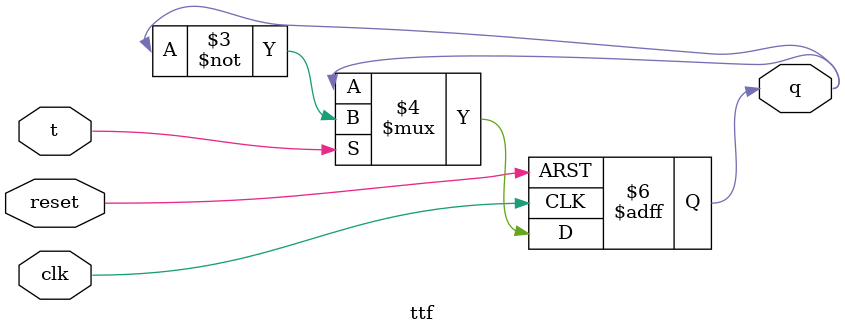
<source format=v>
module ttf (
  input clk,
  input reset,
  input t,
  output reg q
);
  always @(negedge clk, negedge reset) begin
    if (!reset) q <= 1;
    else if (t) q<=~q;
  end
endmodule
</source>
